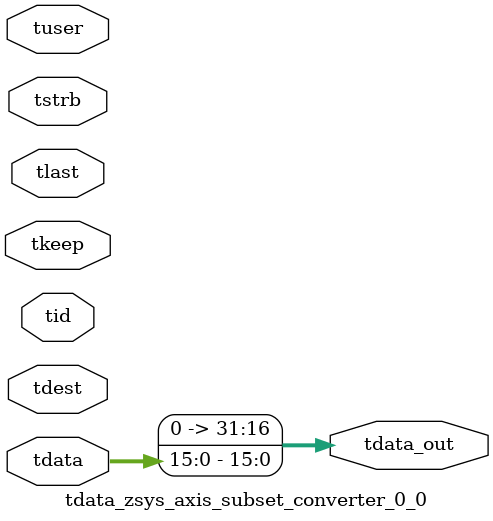
<source format=v>


`timescale 1ps/1ps

module tdata_zsys_axis_subset_converter_0_0 #
(
parameter C_S_AXIS_TDATA_WIDTH = 32,
parameter C_S_AXIS_TUSER_WIDTH = 0,
parameter C_S_AXIS_TID_WIDTH   = 0,
parameter C_S_AXIS_TDEST_WIDTH = 0,
parameter C_M_AXIS_TDATA_WIDTH = 32
)
(
input  [(C_S_AXIS_TDATA_WIDTH == 0 ? 1 : C_S_AXIS_TDATA_WIDTH)-1:0     ] tdata,
input  [(C_S_AXIS_TUSER_WIDTH == 0 ? 1 : C_S_AXIS_TUSER_WIDTH)-1:0     ] tuser,
input  [(C_S_AXIS_TID_WIDTH   == 0 ? 1 : C_S_AXIS_TID_WIDTH)-1:0       ] tid,
input  [(C_S_AXIS_TDEST_WIDTH == 0 ? 1 : C_S_AXIS_TDEST_WIDTH)-1:0     ] tdest,
input  [(C_S_AXIS_TDATA_WIDTH/8)-1:0 ] tkeep,
input  [(C_S_AXIS_TDATA_WIDTH/8)-1:0 ] tstrb,
input                                                                    tlast,
output [C_M_AXIS_TDATA_WIDTH-1:0] tdata_out
);

assign tdata_out = {tdata[15:0]};

endmodule


</source>
